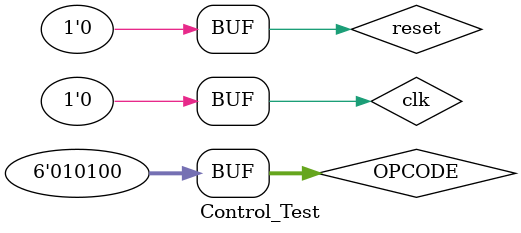
<source format=v>
`timescale 1ns / 1ps


module Control_Test;

	// Inputs
	reg clk;
	reg reset;
	reg [5:0] OPCODE;

	// Outputs
	wire PC_LD;
	wire SEL_DIR;
	wire MEM_WD;
	wire MEM_RD;
	wire IR_W;
	wire SEL_DEST;
	wire SEL_DAT;
	wire REG_RD;
	wire REG_WR;
	wire [1:0] SEL_OPERA;
	wire SEL_OPERAB;
	wire [1:0] SEL_PC;
	wire OP_ALU;

	// Instantiate the Unit Under Test (UUT)
	Control uut (
		.clk(clk), 
		.reset(reset), 
		.OPCODE(OPCODE), 
		.PC_LD(PC_LD), 
		.SEL_DIR(SEL_DIR), 
		.MEM_WD(MEM_WD), 
		.MEM_RD(MEM_RD), 
		.IR_W(IR_W), 
		.SEL_DEST(SEL_DEST), 
		.SEL_DAT(SEL_DAT), 
		.REG_RD(REG_RD), 
		.REG_WR(REG_WR), 
		.SEL_OPERA(SEL_OPERA), 
		.SEL_OPERAB(SEL_OPERAB), 
		.SEL_PC(SEL_PC), 
		.OP_ALU(OP_ALU)
	);
   
	always 
		begin 
		clk <= 1;
		#50;
		clk <= 0;
		#50;
		end
	initial begin
		// Initialize Inputs
		clk = 0;
		reset = 1;
		OPCODE = 0;
		#100
		reset = 0;
		OPCODE = 20;
		

		// Wait 100 ns for global reset to finish
		
        
		// Add stimulus here

	end
      
endmodule


</source>
